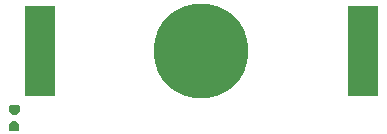
<source format=gbp>
G04*
G04 #@! TF.GenerationSoftware,Altium Limited,Altium Designer,23.5.1 (21)*
G04*
G04 Layer_Color=128*
%FSLAX25Y25*%
%MOIN*%
G70*
G04*
G04 #@! TF.SameCoordinates,F3818A2F-99DD-4422-A772-264FF04CB145*
G04*
G04*
G04 #@! TF.FilePolarity,Positive*
G04*
G01*
G75*
%ADD63R,0.10236X0.29921*%
%ADD64C,0.31496*%
G36*
X113363Y86809D02*
X112274D01*
X111118Y85730D01*
Y83749D01*
X111370Y83496D01*
X114267D01*
X114519Y83749D01*
Y85730D01*
X113363Y86809D01*
D02*
G37*
G36*
X113407Y88840D02*
X112319D01*
X111162Y89919D01*
Y91900D01*
X111414Y92152D01*
X114312D01*
X114564Y91900D01*
Y89919D01*
X113407Y88840D01*
D02*
G37*
D63*
X228937Y110236D02*
D03*
X121457D02*
D03*
D64*
X175197D02*
D03*
M02*

</source>
